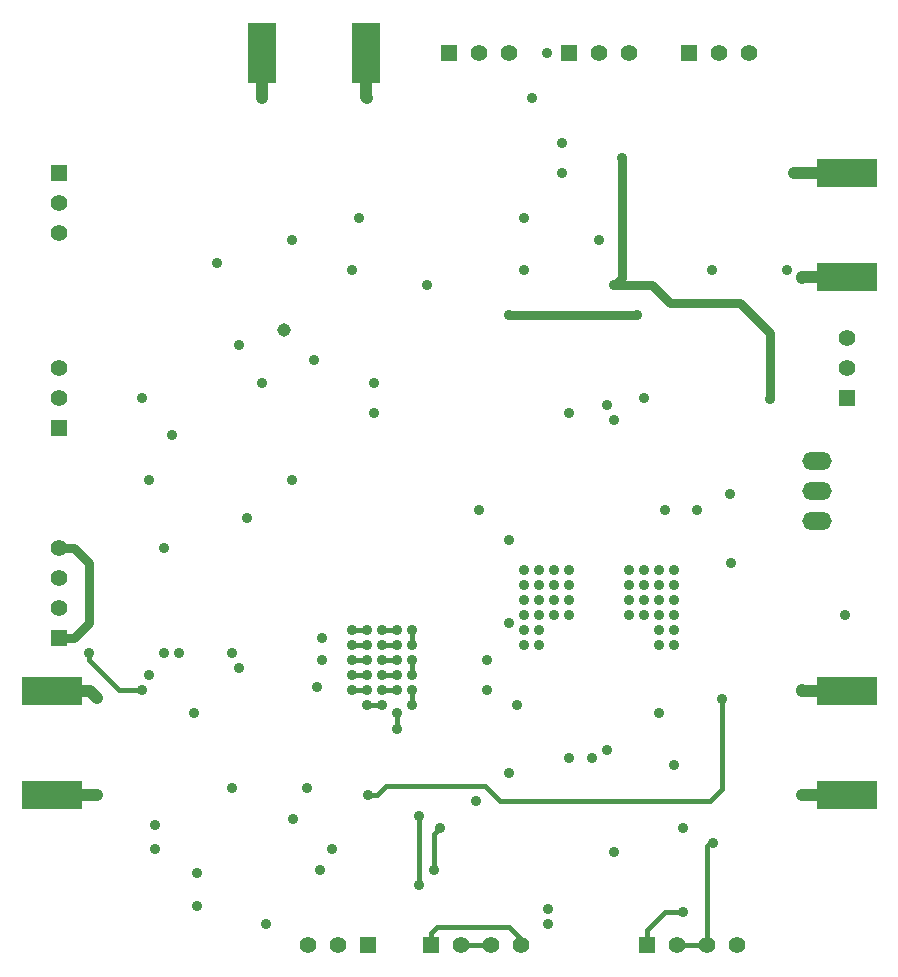
<source format=gbl>
%FSLAX34Y34*%
G04 Gerber Fmt 3.4, Leading zero omitted, Abs format*
G04 (created by PCBNEW (2014-03-19 BZR 4756)-product) date Tue May 27 15:21:17 2014*
%MOIN*%
G01*
G70*
G90*
G04 APERTURE LIST*
%ADD10C,0.005906*%
%ADD11R,0.200787X0.094488*%
%ADD12R,0.094488X0.200787*%
%ADD13R,0.055000X0.055000*%
%ADD14C,0.055000*%
%ADD15C,0.045000*%
%ADD16O,0.098400X0.059100*%
%ADD17C,0.035000*%
%ADD18C,0.015748*%
%ADD19C,0.039370*%
%ADD20C,0.031496*%
G04 APERTURE END LIST*
G54D10*
G54D11*
X14000Y-38732D03*
X14000Y-35267D03*
G54D12*
X21017Y-14000D03*
X24482Y-14000D03*
G54D11*
X40500Y-38732D03*
X40500Y-35267D03*
X40500Y-21482D03*
X40500Y-18017D03*
G54D13*
X14250Y-18000D03*
G54D14*
X14250Y-19000D03*
X14250Y-20000D03*
G54D13*
X40500Y-25500D03*
G54D14*
X40500Y-24500D03*
X40500Y-23500D03*
G54D13*
X14250Y-26500D03*
G54D14*
X14250Y-25500D03*
X14250Y-24500D03*
G54D15*
X21750Y-23250D03*
G54D13*
X33850Y-43750D03*
G54D14*
X34850Y-43750D03*
X35850Y-43750D03*
X36850Y-43750D03*
G54D13*
X26650Y-43750D03*
G54D14*
X27650Y-43750D03*
X28650Y-43750D03*
X29650Y-43750D03*
G54D13*
X14250Y-33500D03*
G54D14*
X14250Y-32500D03*
X14250Y-31500D03*
X14250Y-30500D03*
G54D13*
X27250Y-14000D03*
G54D14*
X28250Y-14000D03*
X29250Y-14000D03*
G54D13*
X31250Y-14000D03*
G54D14*
X32250Y-14000D03*
X33250Y-14000D03*
G54D13*
X35250Y-14000D03*
G54D14*
X36250Y-14000D03*
X37250Y-14000D03*
G54D13*
X24550Y-43750D03*
G54D14*
X23550Y-43750D03*
X22550Y-43750D03*
G54D16*
X39500Y-28600D03*
X39500Y-27600D03*
X39500Y-29600D03*
G54D17*
X36350Y-35550D03*
X24550Y-38750D03*
X33750Y-32750D03*
X30750Y-32750D03*
X24500Y-15500D03*
X21000Y-15500D03*
X39000Y-21500D03*
X38750Y-18000D03*
X39000Y-35250D03*
X39000Y-38750D03*
X15500Y-38750D03*
X15500Y-35500D03*
X28500Y-35250D03*
X28500Y-34250D03*
X22500Y-38500D03*
X38500Y-21250D03*
X36000Y-21250D03*
X31250Y-31750D03*
X31250Y-31250D03*
X30750Y-31250D03*
X30750Y-31750D03*
X30750Y-32250D03*
X31250Y-32250D03*
X31250Y-32750D03*
X33250Y-32750D03*
X33250Y-32250D03*
X33750Y-32250D03*
X33750Y-31750D03*
X33250Y-31750D03*
X33250Y-31250D03*
X33750Y-31250D03*
X34250Y-31250D03*
X34750Y-31250D03*
X34750Y-31750D03*
X34750Y-32250D03*
X34750Y-32750D03*
X34750Y-33250D03*
X34750Y-33750D03*
X29750Y-33750D03*
X29750Y-33250D03*
X29750Y-32750D03*
X29750Y-32250D03*
X29750Y-31750D03*
X29750Y-31250D03*
X34250Y-31750D03*
X34250Y-32250D03*
X34250Y-32750D03*
X34250Y-33250D03*
X34250Y-33750D03*
X30250Y-33750D03*
X30250Y-33250D03*
X30250Y-32750D03*
X30250Y-32250D03*
X30250Y-31750D03*
X30250Y-31250D03*
X23000Y-34250D03*
X25500Y-34750D03*
X25000Y-34750D03*
X24500Y-34750D03*
X24000Y-34750D03*
X24000Y-35250D03*
X24500Y-35250D03*
X25000Y-35250D03*
X25500Y-35250D03*
X26000Y-35250D03*
X26000Y-35750D03*
X25000Y-35750D03*
X24500Y-35750D03*
X24000Y-33250D03*
X24500Y-33250D03*
X25000Y-33250D03*
X25500Y-33250D03*
X26000Y-33250D03*
X26000Y-33750D03*
X25500Y-33750D03*
X25000Y-33750D03*
X24500Y-33750D03*
X24000Y-33750D03*
X24000Y-34250D03*
X24500Y-34250D03*
X25000Y-34250D03*
X25500Y-34250D03*
X26000Y-34250D03*
X26000Y-34750D03*
X25500Y-36545D03*
X25500Y-36000D03*
X35500Y-29250D03*
X36600Y-28700D03*
X22000Y-20250D03*
X21000Y-25000D03*
X29750Y-19500D03*
X32250Y-20250D03*
X17250Y-34750D03*
X17250Y-28250D03*
X17750Y-30500D03*
X17750Y-34000D03*
X20250Y-34500D03*
X20000Y-34000D03*
X20500Y-29500D03*
X23000Y-33500D03*
X18000Y-26750D03*
X19500Y-21000D03*
X20250Y-23750D03*
X22750Y-24250D03*
X17000Y-25500D03*
X26500Y-21750D03*
X29750Y-21250D03*
X31000Y-17000D03*
X31000Y-18000D03*
X33750Y-25500D03*
X32750Y-26250D03*
X29250Y-30250D03*
X28250Y-29250D03*
X32000Y-37500D03*
X31250Y-37500D03*
X32500Y-37250D03*
X20000Y-38500D03*
X29250Y-33000D03*
X36650Y-31000D03*
X40450Y-32750D03*
X35050Y-39850D03*
X32750Y-40650D03*
X30550Y-42550D03*
X28150Y-38950D03*
X21150Y-43050D03*
X22050Y-39550D03*
X17450Y-39750D03*
X17450Y-40550D03*
X18850Y-41350D03*
X18850Y-42450D03*
X33000Y-17500D03*
X32750Y-21750D03*
X37950Y-25550D03*
X22000Y-28250D03*
X22950Y-41250D03*
X22850Y-35150D03*
X30550Y-43050D03*
X23350Y-40550D03*
X34450Y-29250D03*
X15250Y-34000D03*
X17000Y-35250D03*
X35050Y-42650D03*
X36050Y-40350D03*
X29250Y-22750D03*
X33500Y-22750D03*
X26250Y-41750D03*
X26250Y-39450D03*
X26950Y-39850D03*
X26750Y-41250D03*
X34750Y-37750D03*
X30500Y-14000D03*
X18750Y-36000D03*
X31250Y-26000D03*
X32500Y-25750D03*
X24750Y-26000D03*
X24750Y-25000D03*
X24250Y-19500D03*
X29250Y-38000D03*
X30000Y-15500D03*
X34250Y-36000D03*
X18250Y-34000D03*
X24000Y-21250D03*
X29500Y-35750D03*
G54D18*
X36350Y-35550D02*
X36350Y-38550D01*
X36350Y-38550D02*
X35950Y-38950D01*
X35950Y-38950D02*
X28950Y-38950D01*
X28950Y-38950D02*
X28450Y-38450D01*
X28450Y-38450D02*
X27650Y-38450D01*
X27650Y-38450D02*
X25150Y-38450D01*
X25150Y-38450D02*
X24850Y-38750D01*
X24850Y-38750D02*
X24550Y-38750D01*
G54D19*
X24482Y-14000D02*
X24482Y-15482D01*
X24482Y-15482D02*
X24500Y-15500D01*
X21017Y-14000D02*
X21017Y-15482D01*
X21017Y-15482D02*
X21000Y-15500D01*
X40500Y-21482D02*
X39017Y-21482D01*
X39017Y-21482D02*
X39000Y-21500D01*
X40500Y-18017D02*
X38767Y-18017D01*
X38767Y-18017D02*
X38750Y-18000D01*
X40500Y-35267D02*
X39017Y-35267D01*
X39017Y-35267D02*
X39000Y-35250D01*
X40500Y-38732D02*
X39017Y-38732D01*
X39017Y-38732D02*
X39000Y-38750D01*
X14000Y-38732D02*
X15482Y-38732D01*
X15482Y-38732D02*
X15500Y-38750D01*
X14000Y-35267D02*
X15267Y-35267D01*
X15267Y-35267D02*
X15500Y-35500D01*
G54D18*
X25500Y-34750D02*
X25000Y-34750D01*
X24500Y-34750D02*
X24000Y-34750D01*
X24000Y-35250D02*
X24500Y-35250D01*
X25000Y-35250D02*
X25500Y-35250D01*
X26000Y-35250D02*
X26000Y-35750D01*
X25000Y-35750D02*
X24500Y-35750D01*
X24000Y-33250D02*
X24500Y-33250D01*
X25000Y-33250D02*
X25500Y-33250D01*
X26000Y-33250D02*
X26000Y-33750D01*
X25500Y-33750D02*
X25000Y-33750D01*
X24500Y-33750D02*
X24000Y-33750D01*
X24000Y-34250D02*
X24500Y-34250D01*
X25000Y-34250D02*
X25500Y-34250D01*
X26000Y-34250D02*
X26000Y-34750D01*
X25500Y-36545D02*
X25500Y-36000D01*
G54D20*
X33000Y-21500D02*
X33000Y-17500D01*
X32750Y-21750D02*
X33000Y-21500D01*
X37950Y-25550D02*
X37950Y-23350D01*
X37950Y-23350D02*
X36950Y-22350D01*
X36950Y-22350D02*
X34600Y-22350D01*
X34600Y-22350D02*
X34000Y-21750D01*
X34000Y-21750D02*
X32750Y-21750D01*
X14250Y-33500D02*
X14750Y-33500D01*
X14750Y-30500D02*
X14250Y-30500D01*
X15250Y-31000D02*
X14750Y-30500D01*
X15250Y-33000D02*
X15250Y-31000D01*
X14750Y-33500D02*
X15250Y-33000D01*
G54D18*
X15250Y-34250D02*
X15250Y-34000D01*
X16250Y-35250D02*
X15250Y-34250D01*
X17000Y-35250D02*
X16250Y-35250D01*
X36850Y-43550D02*
X36850Y-43750D01*
X33850Y-43250D02*
X34450Y-42650D01*
X34450Y-42650D02*
X35050Y-42650D01*
X33850Y-43750D02*
X33850Y-43250D01*
X34850Y-43750D02*
X35850Y-43750D01*
X35850Y-40450D02*
X35950Y-40350D01*
X35950Y-40350D02*
X36050Y-40350D01*
X35850Y-43750D02*
X35850Y-40450D01*
X29250Y-43150D02*
X26850Y-43150D01*
X26850Y-43150D02*
X26650Y-43350D01*
X26650Y-43350D02*
X26650Y-43750D01*
X29650Y-43550D02*
X29250Y-43150D01*
X29650Y-43750D02*
X29650Y-43550D01*
X27650Y-43750D02*
X28650Y-43750D01*
G54D20*
X29250Y-22750D02*
X33500Y-22750D01*
G54D18*
X26250Y-41750D02*
X26250Y-39450D01*
X26950Y-39850D02*
X26750Y-40050D01*
X26750Y-40050D02*
X26750Y-41250D01*
M02*

</source>
